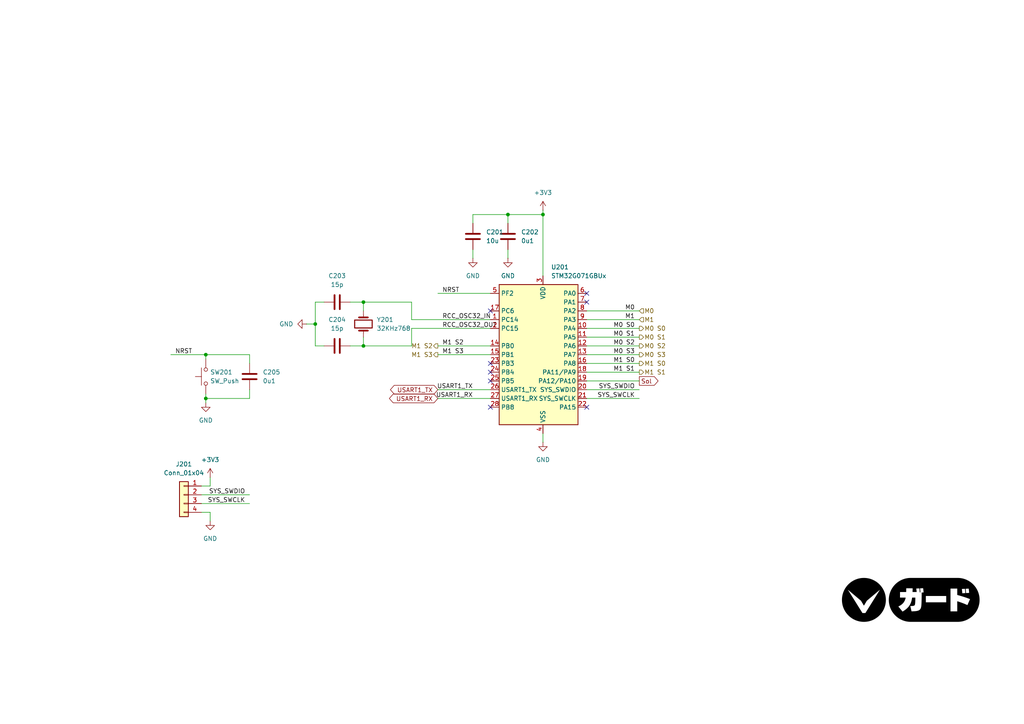
<source format=kicad_sch>
(kicad_sch (version 20231120) (generator "eeschema") (generator_version "8.0")
  (paper "A4")
  (title_block (title "STM32 Light Ring Microcontroller") (date "2024-08-01") (rev "1") (company "Sentinels Robotics") (comment 1 "Created By: Vincent Cayadi") (comment 2 "Microcontroller Used: STM32F103CBT6"))
  (lib_symbols
    (symbol "Connector_Generic:Conn_01x04" (pin_names (offset 1.016) hide)
      (property "Reference" "J" (at 0 5.08 0))
      (property "Value" "Conn_01x04" (at 0 -7.62 0))
      (symbol "Conn_01x04_1_1"
        (rectangle (start -1.27 -4.953) (end 0 -5.207) (stroke (width 0.1524)))
        (rectangle (start -1.27 -2.413) (end 0 -2.667) (stroke (width 0.1524)))
        (rectangle (start -1.27 0.127) (end 0 -0.127) (stroke (width 0.1524)))
        (rectangle (start -1.27 2.667) (end 0 2.413) (stroke (width 0.1524)))
        (rectangle (start -1.27 3.81) (end 1.27 -6.35) (stroke (width 0.254)) (fill (type background)))
        (pin passive line (at -5.08 2.54 0) (length 3.81) (name "Pin_1") (number "1"))
        (pin passive line (at -5.08 0 0) (length 3.81) (name "Pin_2") (number "2"))
        (pin passive line (at -5.08 -2.54 0) (length 3.81) (name "Pin_3") (number "3"))
        (pin passive line (at -5.08 -5.08 0) (length 3.81) (name "Pin_4") (number "4"))
      )
    )
    (symbol "Device:C" (pin_numbers hide) (pin_names (offset 0.254))
      (property "Reference" "C" (at 0.635 2.54 0))
      (property "Value" "C" (at 0.635 -2.54 0))
      (symbol "C_0_1"
        (polyline (pts (xy -2.032 -0.762) (xy 2.032 -0.762)) (stroke (width 0.508)))
        (polyline (pts (xy -2.032 0.762) (xy 2.032 0.762)) (stroke (width 0.508)))
      )
      (symbol "C_1_1"
        (pin passive line (at 0 3.81 270) (length 2.794) (name "~") (number "1"))
        (pin passive line (at 0 -3.81 90) (length 2.794) (name "~") (number "2"))
      )
    )
    (symbol "Device:Crystal" (pin_numbers hide) (pin_names (offset 1.016) hide)
      (property "Reference" "Y" (at 0 3.81 0))
      (property "Value" "Crystal" (at 0 -3.81 0))
      (symbol "Crystal_0_1"
        (rectangle (start -1.143 2.54) (end 1.143 -2.54) (stroke (width 0.3048)))
        (polyline (pts (xy -2.54 0) (xy -1.905 0)))
        (polyline (pts (xy -1.905 -1.27) (xy -1.905 1.27)) (stroke (width 0.508)))
        (polyline (pts (xy 1.905 -1.27) (xy 1.905 1.27)) (stroke (width 0.508)))
        (polyline (pts (xy 2.54 0) (xy 1.905 0)))
      )
      (symbol "Crystal_1_1"
        (pin passive line (at -3.81 0 0) (length 1.27) (name "1") (number "1"))
        (pin passive line (at 3.81 0 180) (length 1.27) (name "2") (number "2"))
      )
    )
    (symbol "MCU_ST_STM32G0:STM32G071GBUx"
      (property "Reference" "U" (at -10.16 21.59 0))
      (property "Value" "STM32G071GBUx" (at 5.08 21.59 0))
      (symbol "STM32G071GBUx_0_1"
        (rectangle (start -10.16 -20.32) (end 12.7 20.32) (stroke (width 0.254)) (fill (type background)))
      )
      (symbol "STM32G071GBUx_1_1"
        (pin bidirectional line (at -12.7 10.16 0) (length 2.54) (name "PC14") (number "1"))
        (pin bidirectional line (at 15.24 7.62 180) (length 2.54) (name "PA4") (number "10"))
        (pin bidirectional line (at 15.24 5.08 180) (length 2.54) (name "PA5") (number "11"))
        (pin bidirectional line (at 15.24 2.54 180) (length 2.54) (name "PA6") (number "12"))
        (pin bidirectional line (at 15.24 0 180) (length 2.54) (name "PA7") (number "13"))
        (pin bidirectional line (at -12.7 2.54 0) (length 2.54) (name "PB0") (number "14"))
        (pin bidirectional line (at -12.7 0 0) (length 2.54) (name "PB1") (number "15"))
        (pin bidirectional line (at 15.24 -2.54 180) (length 2.54) (name "PA8") (number "16"))
        (pin bidirectional line (at -12.7 12.7 0) (length 2.54) (name "PC6") (number "17"))
        (pin bidirectional line (at 15.24 -5.08 180) (length 2.54) (name "PA11/PA9") (number "18"))
        (pin bidirectional line (at 15.24 -7.62 180) (length 2.54) (name "PA12/PA10") (number "19"))
        (pin bidirectional line (at -12.7 7.62 0) (length 2.54) (name "PC15") (number "2"))
        (pin bidirectional line (at 15.24 -10.16 180) (length 2.54) (name "PA13") (number "20") (alternate "SYS_SWDIO" bidirectional line))
        (pin bidirectional line (at 15.24 -12.7 180) (length 2.54) (name "PA14") (number "21") (alternate "SYS_SWCLK" bidirectional line))
        (pin bidirectional line (at 15.24 -15.24 180) (length 2.54) (name "PA15") (number "22"))
        (pin bidirectional line (at -12.7 -2.54 0) (length 2.54) (name "PB3") (number "23"))
        (pin bidirectional line (at -12.7 -5.08 0) (length 2.54) (name "PB4") (number "24"))
        (pin bidirectional line (at -12.7 -7.62 0) (length 2.54) (name "PB5") (number "25"))
        (pin bidirectional line (at -12.7 -10.16 0) (length 2.54) (name "PB6") (number "26") (alternate "USART1_TX" bidirectional line))
        (pin bidirectional line (at -12.7 -12.7 0) (length 2.54) (name "PB7") (number "27") (alternate "USART1_RX" bidirectional line))
        (pin bidirectional line (at -12.7 -15.24 0) (length 2.54) (name "PB8") (number "28"))
        (pin power_in line (at 2.54 22.86 270) (length 2.54) (name "VDD") (number "3"))
        (pin power_in line (at 2.54 -22.86 90) (length 2.54) (name "VSS") (number "4"))
        (pin bidirectional line (at -12.7 17.78 0) (length 2.54) (name "PF2") (number "5"))
        (pin bidirectional line (at 15.24 17.78 180) (length 2.54) (name "PA0") (number "6"))
        (pin bidirectional line (at 15.24 15.24 180) (length 2.54) (name "PA1") (number "7"))
        (pin bidirectional line (at 15.24 12.7 180) (length 2.54) (name "PA2") (number "8"))
        (pin bidirectional line (at 15.24 10.16 180) (length 2.54) (name "PA3") (number "9"))
      )
    )
    (symbol "Switch:SW_Push" (pin_numbers hide) (pin_names (offset 1.016) hide)
      (property "Reference" "SW" (at 1.27 2.54 0))
      (property "Value" "SW_Push" (at 0 -1.524 0))
      (symbol "SW_Push_0_1"
        (circle (center -2.032 0) (radius 0.508))
        (polyline (pts (xy 0 1.27) (xy 0 3.048)))
        (polyline (pts (xy 2.54 1.27) (xy -2.54 1.27)))
        (circle (center 2.032 0) (radius 0.508))
        (pin passive line (at -5.08 0 0) (length 2.54) (name "1") (number "1"))
        (pin passive line (at 5.08 0 180) (length 2.54) (name "2") (number "2"))
      )
    )
    (symbol "power:+3V3" (power) (pin_numbers hide) (pin_names (offset 0) hide)
      (property "Value" "+3V3" (at 0 3.556 0))
      (symbol "+3V3_0_1"
        (polyline (pts (xy -0.762 1.27) (xy 0 2.54)))
        (polyline (pts (xy 0 0) (xy 0 2.54)))
        (polyline (pts (xy 0 2.54) (xy 0.762 1.27)))
      )
      (symbol "+3V3_1_1"
        (pin power_in line (at 0 0 90) (length 0) (name "~") (number "1"))
      )
    )
    (symbol "power:GND" (power) (pin_numbers hide) (pin_names (offset 0) hide)
      (property "Value" "GND" (at 0 -3.81 0))
      (symbol "GND_0_1"
        (polyline (pts (xy 0 0) (xy 0 -1.27) (xy 1.27 -1.27) (xy 0 -2.54) (xy -1.27 -1.27) (xy 0 -1.27)))
      )
      (symbol "GND_1_1"
        (pin power_in line (at 0 0 270) (length 0) (name "~") (number "1"))
      )
    )
  )
  (junction (at 105.41 100.33))
  (junction (at 59.69 115.57))
  (junction (at 105.41 87.63))
  (junction (at 157.48 62.23))
  (junction (at 59.69 102.87))
  (junction (at 147.32 62.23))
  (junction (at 91.44 93.98))
  (no_connect (at 170.18 85.09))
  (no_connect (at 142.24 110.49))
  (no_connect (at 142.24 90.17))
  (no_connect (at 170.18 87.63))
  (no_connect (at 142.24 105.41))
  (no_connect (at 170.18 118.11))
  (no_connect (at 142.24 107.95))
  (no_connect (at 142.24 118.11))
  (wire (pts (xy 105.41 87.63) (xy 119.38 87.63)))
  (wire (pts (xy 88.9 93.98) (xy 91.44 93.98)))
  (wire (pts (xy 58.42 148.59) (xy 60.96 148.59)))
  (wire (pts (xy 59.69 114.3) (xy 59.69 115.57)))
  (wire (pts (xy 137.16 62.23) (xy 147.32 62.23)))
  (wire (pts (xy 147.32 72.39) (xy 147.32 74.93)))
  (wire (pts (xy 59.69 115.57) (xy 72.39 115.57)))
  (wire (pts (xy 119.38 95.25) (xy 119.38 100.33)))
  (wire (pts (xy 170.18 102.87) (xy 185.42 102.87)))
  (wire (pts (xy 59.69 102.87) (xy 59.69 104.14)))
  (wire (pts (xy 119.38 92.71) (xy 119.38 87.63)))
  (wire (pts (xy 119.38 95.25) (xy 142.24 95.25)))
  (wire (pts (xy 59.69 116.84) (xy 59.69 115.57)))
  (wire (pts (xy 147.32 62.23) (xy 157.48 62.23)))
  (wire (pts (xy 157.48 60.96) (xy 157.48 62.23)))
  (wire (pts (xy 157.48 62.23) (xy 157.48 80.01)))
  (wire (pts (xy 170.18 107.95) (xy 185.42 107.95)))
  (wire (pts (xy 59.69 102.87) (xy 72.39 102.87)))
  (wire (pts (xy 101.6 87.63) (xy 105.41 87.63)))
  (wire (pts (xy 170.18 110.49) (xy 185.42 110.49)))
  (wire (pts (xy 170.18 113.03) (xy 185.42 113.03)))
  (wire (pts (xy 60.96 148.59) (xy 60.96 151.13)))
  (wire (pts (xy 137.16 72.39) (xy 137.16 74.93)))
  (wire (pts (xy 72.39 113.03) (xy 72.39 115.57)))
  (wire (pts (xy 49.53 102.87) (xy 59.69 102.87)))
  (wire (pts (xy 170.18 92.71) (xy 185.42 92.71)))
  (wire (pts (xy 137.16 62.23) (xy 137.16 64.77)))
  (wire (pts (xy 58.42 140.97) (xy 60.96 140.97)))
  (wire (pts (xy 91.44 93.98) (xy 91.44 100.33)))
  (wire (pts (xy 58.42 143.51) (xy 72.39 143.51)))
  (wire (pts (xy 105.41 87.63) (xy 105.41 90.17)))
  (wire (pts (xy 101.6 100.33) (xy 105.41 100.33)))
  (wire (pts (xy 170.18 97.79) (xy 185.42 97.79)))
  (wire (pts (xy 60.96 138.43) (xy 60.96 140.97)))
  (wire (pts (xy 147.32 62.23) (xy 147.32 64.77)))
  (wire (pts (xy 127 85.09) (xy 142.24 85.09)))
  (wire (pts (xy 105.41 100.33) (xy 119.38 100.33)))
  (wire (pts (xy 170.18 115.57) (xy 185.42 115.57)))
  (wire (pts (xy 170.18 90.17) (xy 185.42 90.17)))
  (wire (pts (xy 170.18 105.41) (xy 185.42 105.41)))
  (wire (pts (xy 127 113.03) (xy 142.24 113.03)))
  (wire (pts (xy 170.18 95.25) (xy 185.42 95.25)))
  (wire (pts (xy 142.24 100.33) (xy 127 100.33)))
  (wire (pts (xy 170.18 100.33) (xy 185.42 100.33)))
  (wire (pts (xy 58.42 146.05) (xy 72.39 146.05)))
  (wire (pts (xy 91.44 87.63) (xy 91.44 93.98)))
  (wire (pts (xy 157.48 125.73) (xy 157.48 128.27)))
  (wire (pts (xy 72.39 102.87) (xy 72.39 105.41)))
  (wire (pts (xy 105.41 100.33) (xy 105.41 97.79)))
  (wire (pts (xy 93.98 87.63) (xy 91.44 87.63)))
  (wire (pts (xy 127 115.57) (xy 142.24 115.57)))
  (wire (pts (xy 119.38 92.71) (xy 142.24 92.71)))
  (wire (pts (xy 91.44 100.33) (xy 93.98 100.33)))
  (wire (pts (xy 142.24 102.87) (xy 127 102.87)))
  (image (at 264.16 173.99) (scale 0.133286))
  (label "NRST" (at 50.8 102.87 0))
  (label "USART1_TX" (at 137.16 113.03 180))
  (label "RCC_OSC32_IN" (at 128.27 92.71 0))
  (label "M0 S3" (at 184.15 102.87 180))
  (label "SYS_SWDIO" (at 184.15 113.03 180))
  (label "M1 S3" (at 128.27 102.87 0))
  (label "M0 S2" (at 184.15 100.33 180))
  (label "M0 S1" (at 184.15 97.79 180))
  (label "M0" (at 184.15 90.17 180))
  (label "M1 S0" (at 184.15 105.41 180))
  (label "USART1_RX" (at 137.16 115.57 180))
  (label "M1 S2" (at 128.27 100.33 0))
  (label "SYS_SWDIO" (at 71.12 143.51 180))
  (label "M0 S0" (at 184.15 95.25 180))
  (label "SYS_SWCLK" (at 184.15 115.57 180))
  (label "NRST" (at 128.27 85.09 0))
  (label "M1 S1" (at 184.15 107.95 180))
  (label "RCC_OSC32_OUT" (at 128.27 95.25 0))
  (label "M1" (at 184.15 92.71 180))
  (label "SYS_SWCLK" (at 71.12 146.05 180))
  (global_label "USART1_RX" (shape bidirectional) (at 127 115.57 180) (property "Intersheetrefs" "${INTERSHEET_REFS}" (effects (hide yes))))
  (global_label "USART1_TX" (shape bidirectional) (at 127 113.03 180) (property "Intersheetrefs" "${INTERSHEET_REFS}" (effects (hide yes))))
  (global_label "Sol" (shape output) (at 185.42 110.49 0) (property "Intersheetrefs" "${INTERSHEET_REFS}" (effects (hide yes))))
  (hierarchical_label "M0 S2" (shape output) (at 185.42 100.33 0))
  (hierarchical_label "M1" (shape input) (at 185.42 92.71 0))
  (hierarchical_label "M1 S1" (shape output) (at 185.42 107.95 0))
  (hierarchical_label "M0 S3" (shape output) (at 185.42 102.87 0))
  (hierarchical_label "M0" (shape input) (at 185.42 90.17 0))
  (hierarchical_label "M0 S0" (shape output) (at 185.42 95.25 0))
  (hierarchical_label "M0 S1" (shape output) (at 185.42 97.79 0))
  (hierarchical_label "M1 S3" (shape output) (at 127 102.87 180))
  (hierarchical_label "M1 S2" (shape output) (at 127 100.33 180))
  (hierarchical_label "M1 S0" (shape output) (at 185.42 105.41 0))
  (symbol (lib_id "Device:Crystal") (at 105.41 93.98 90) (unit 1)
    (property "Reference" "Y201" (at 109.22 92.7099 90) (effects (justify right)))
    (property "Value" "32KHz768" (at 109.22 95.2499 90) (effects (justify right)))
    (property "Footprint" "Crystal:Crystal_SMD_3215-2Pin_3.2x1.5mm" (effects (hide yes)))
    (property "Description" "Two pin crystal" (effects (hide yes)))
  )
  (symbol (lib_id "power:GND") (at 59.69 116.84 0) (unit 1)
    (property "Reference" "#PWR07" (effects (hide yes)))
    (property "Value" "GND" (at 59.69 121.92 0))
    (property "Description" "Power symbol creates a global label with name \"GND\" , ground" (effects (hide yes)))
  )
  (symbol (lib_id "MCU_ST_STM32G0:STM32G071GBUx") (at 154.94 102.87 0) (unit 1)
    (property "Reference" "U201" (at 159.8232 77.47 0) (effects (justify left)))
    (property "Value" "STM32G071GBUx" (at 159.8232 80.01 0) (effects (justify left)))
    (property "Footprint" "Package_DFN_QFN:QFN-28_4x4mm_P0.5mm" (effects (hide yes)))
    (property "Datasheet" "https://www.st.com/resource/en/datasheet/stm32g071gb.pdf" (effects (hide yes)))
    (property "Description" "STMicroelectronics Arm Cortex-M0+ MCU, 128KB flash, 36KB RAM, 64 MHz, 1.7-3.6V, 26 GPIO, UFQFPN28" (effects (hide yes)))
    (pin "26" (alternate "USART1_TX"))
    (pin "27" (alternate "USART1_RX"))
    (pin "20" (alternate "SYS_SWDIO"))
    (pin "21" (alternate "SYS_SWCLK"))
  )
  (symbol (lib_id "power:GND") (at 88.9 93.98 270) (unit 1)
    (property "Reference" "#PWR06" (effects (hide yes)))
    (property "Value" "GND" (at 85.09 93.9799 90) (effects (justify right)))
    (property "Description" "Power symbol creates a global label with name \"GND\" , ground" (effects (hide yes)))
  )
  (symbol (lib_id "Device:C") (at 72.39 109.22 0) (unit 1)
    (property "Reference" "C205" (at 76.2 107.9499 0) (effects (justify left)))
    (property "Value" "0u1" (at 76.2 110.4899 0) (effects (justify left)))
    (property "Footprint" "Library:cap0603" (effects (hide yes)))
    (property "Description" "Unpolarized capacitor" (effects (hide yes)))
  )
  (symbol (lib_id "power:GND") (at 60.96 151.13 0) (unit 1)
    (property "Reference" "#PWR010" (effects (hide yes)))
    (property "Value" "GND" (at 60.96 156.21 0))
    (property "Description" "Power symbol creates a global label with name \"GND\" , ground" (effects (hide yes)))
  )
  (symbol (lib_id "power:+3V3") (at 60.96 138.43 0) (unit 1)
    (property "Reference" "#PWR09" (effects (hide yes)))
    (property "Value" "+3V3" (at 60.96 133.35 0))
    (property "Description" "Power symbol creates a global label with name \"+3V3\"" (effects (hide yes)))
  )
  (symbol (lib_id "power:GND") (at 147.32 74.93 0) (unit 1)
    (property "Reference" "#PWR05" (effects (hide yes)))
    (property "Value" "GND" (at 147.32 80.01 0))
    (property "Description" "Power symbol creates a global label with name \"GND\" , ground" (effects (hide yes)))
  )
  (symbol (lib_id "power:+3V3") (at 157.48 60.96 0) (unit 1)
    (property "Reference" "#PWR03" (effects (hide yes)))
    (property "Value" "+3V3" (at 157.48 55.88 0))
    (property "Description" "Power symbol creates a global label with name \"+3V3\"" (effects (hide yes)))
  )
  (symbol (lib_id "Connector_Generic:Conn_01x04") (at 53.34 143.51 0) (mirror y) (unit 1)
    (property "Reference" "J201" (at 53.34 134.62 0))
    (property "Value" "Conn_01x04" (at 53.34 137.16 0))
    (property "Footprint" "Connector_JST:JST_XH_S4B-XH-A_1x04_P2.50mm_Horizontal" (effects (hide yes)))
    (property "Description" "Generic connector, single row, 01x04, script generated (kicad-library-utils/schlib/autogen/connector/)" (effects (hide yes)))
  )
  (symbol (lib_id "power:GND") (at 157.48 128.27 0) (unit 1)
    (property "Reference" "#PWR08" (effects (hide yes)))
    (property "Value" "GND" (at 157.48 133.35 0))
    (property "Description" "Power symbol creates a global label with name \"GND\" , ground" (effects (hide yes)))
  )
  (symbol (lib_id "Device:C") (at 137.16 68.58 0) (unit 1)
    (property "Reference" "C201" (at 140.97 67.3099 0) (effects (justify left)))
    (property "Value" "10u" (at 140.97 69.8499 0) (effects (justify left)))
    (property "Footprint" "Library:cap0603" (effects (hide yes)))
    (property "Description" "Unpolarized capacitor" (effects (hide yes)))
  )
  (symbol (lib_id "Device:C") (at 97.79 87.63 90) (unit 1)
    (property "Reference" "C203" (at 97.79 80.01 90))
    (property "Value" "15p" (at 97.79 82.55 90))
    (property "Footprint" "Library:cap0603" (effects (hide yes)))
    (property "Description" "Unpolarized capacitor" (effects (hide yes)))
  )
  (symbol (lib_id "Switch:SW_Push") (at 59.69 109.22 90) (unit 1)
    (property "Reference" "SW201" (at 60.96 107.9499 90) (effects (justify right)))
    (property "Value" "SW_Push" (at 60.96 110.4899 90) (effects (justify right)))
    (property "Footprint" "Jumper:SolderJumper-2_P1.3mm_Open_TrianglePad1.0x1.5mm" (effects (hide yes)))
    (property "Description" "Push button switch, generic, two pins" (effects (hide yes)))
  )
  (symbol (lib_id "Device:C") (at 97.79 100.33 90) (unit 1)
    (property "Reference" "C204" (at 97.79 92.71 90))
    (property "Value" "15p" (at 97.79 95.25 90))
    (property "Footprint" "Library:cap0603" (effects (hide yes)))
    (property "Description" "Unpolarized capacitor" (effects (hide yes)))
  )
  (symbol (lib_id "Device:C") (at 147.32 68.58 0) (unit 1)
    (property "Reference" "C202" (at 151.13 67.3099 0) (effects (justify left)))
    (property "Value" "0u1" (at 151.13 69.8499 0) (effects (justify left)))
    (property "Footprint" "Library:cap0603" (effects (hide yes)))
    (property "Description" "Unpolarized capacitor" (effects (hide yes)))
  )
  (symbol (lib_id "power:GND") (at 137.16 74.93 0) (unit 1)
    (property "Reference" "#PWR04" (effects (hide yes)))
    (property "Value" "GND" (at 137.16 80.01 0))
    (property "Description" "Power symbol creates a global label with name \"GND\" , ground" (effects (hide yes)))
  )
)
</source>
